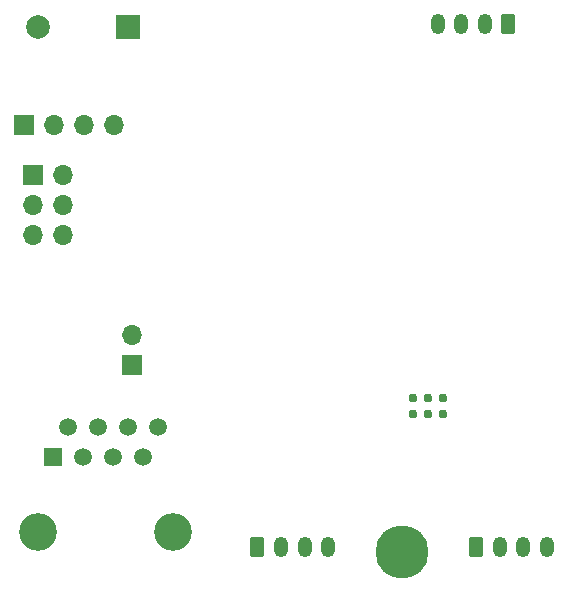
<source format=gbr>
%TF.GenerationSoftware,KiCad,Pcbnew,8.0.2*%
%TF.CreationDate,2024-05-29T11:06:28+02:00*%
%TF.ProjectId,JK-BMS_CAN,4a4b2d42-4d53-45f4-9341-4e2e6b696361,rev?*%
%TF.SameCoordinates,Original*%
%TF.FileFunction,Soldermask,Bot*%
%TF.FilePolarity,Negative*%
%FSLAX46Y46*%
G04 Gerber Fmt 4.6, Leading zero omitted, Abs format (unit mm)*
G04 Created by KiCad (PCBNEW 8.0.2) date 2024-05-29 11:06:28*
%MOMM*%
%LPD*%
G01*
G04 APERTURE LIST*
G04 Aperture macros list*
%AMRoundRect*
0 Rectangle with rounded corners*
0 $1 Rounding radius*
0 $2 $3 $4 $5 $6 $7 $8 $9 X,Y pos of 4 corners*
0 Add a 4 corners polygon primitive as box body*
4,1,4,$2,$3,$4,$5,$6,$7,$8,$9,$2,$3,0*
0 Add four circle primitives for the rounded corners*
1,1,$1+$1,$2,$3*
1,1,$1+$1,$4,$5*
1,1,$1+$1,$6,$7*
1,1,$1+$1,$8,$9*
0 Add four rect primitives between the rounded corners*
20,1,$1+$1,$2,$3,$4,$5,0*
20,1,$1+$1,$4,$5,$6,$7,0*
20,1,$1+$1,$6,$7,$8,$9,0*
20,1,$1+$1,$8,$9,$2,$3,0*%
G04 Aperture macros list end*
%ADD10RoundRect,0.250000X-0.350000X-0.625000X0.350000X-0.625000X0.350000X0.625000X-0.350000X0.625000X0*%
%ADD11O,1.200000X1.750000*%
%ADD12R,2.000000X2.000000*%
%ADD13C,2.000000*%
%ADD14O,1.700000X1.700000*%
%ADD15R,1.700000X1.700000*%
%ADD16C,4.500000*%
%ADD17C,3.200000*%
%ADD18R,1.500000X1.500000*%
%ADD19C,1.500000*%
%ADD20RoundRect,0.250000X0.350000X0.625000X-0.350000X0.625000X-0.350000X-0.625000X0.350000X-0.625000X0*%
%ADD21C,0.770000*%
G04 APERTURE END LIST*
D10*
%TO.C,J2*%
X124250000Y-122750000D03*
D11*
X126250000Y-122750000D03*
X128250000Y-122750000D03*
X130250000Y-122750000D03*
%TD*%
D12*
%TO.C,BZ1*%
X94800000Y-78750000D03*
D13*
X87200000Y-78750000D03*
%TD*%
D14*
%TO.C,JP1*%
X95095000Y-104835000D03*
D15*
X95095000Y-107375000D03*
%TD*%
D16*
%TO.C,H1*%
X118000000Y-123190000D03*
%TD*%
D10*
%TO.C,J1*%
X105750000Y-122750000D03*
D11*
X107750000Y-122750000D03*
X109750000Y-122750000D03*
X111750000Y-122750000D03*
%TD*%
D15*
%TO.C,J3*%
X85950000Y-87000000D03*
D14*
X88490000Y-87000000D03*
X91030000Y-87000000D03*
X93570000Y-87000000D03*
%TD*%
D17*
%TO.C,J6*%
X87197500Y-121500000D03*
X98627500Y-121500000D03*
D18*
X88467500Y-115150000D03*
D19*
X89737500Y-112610000D03*
X91007500Y-115150000D03*
X92277500Y-112610000D03*
X93547500Y-115150000D03*
X94817500Y-112610000D03*
X96087500Y-115150000D03*
X97357500Y-112610000D03*
%TD*%
D15*
%TO.C,J4*%
X86725000Y-91225000D03*
D14*
X89265000Y-91225000D03*
X86725000Y-93765000D03*
X89265000Y-93765000D03*
X86725000Y-96305000D03*
X89265000Y-96305000D03*
%TD*%
D20*
%TO.C,J5*%
X127000000Y-78450000D03*
D11*
X125000000Y-78450000D03*
X123000000Y-78450000D03*
X121000000Y-78450000D03*
%TD*%
D21*
%TO.C,U1*%
X121492800Y-110144800D03*
X120192800Y-110144800D03*
X118892800Y-110144800D03*
X121492800Y-111444800D03*
X120192800Y-111444800D03*
X118892800Y-111444800D03*
%TD*%
M02*

</source>
